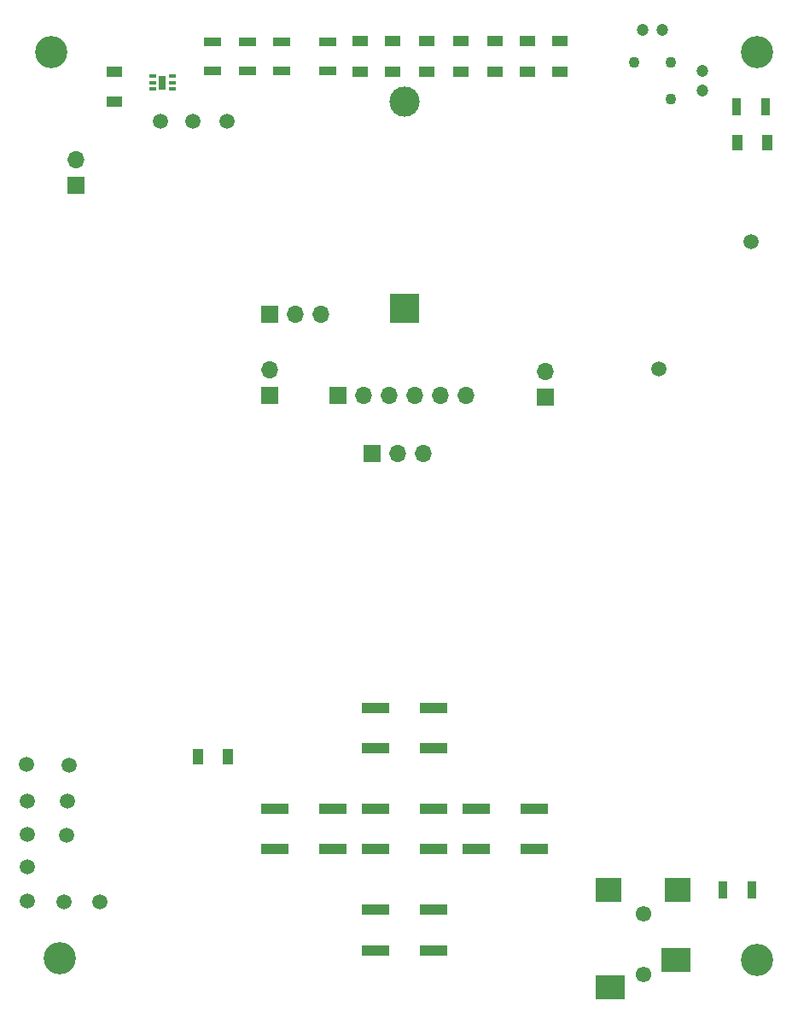
<source format=gbr>
G04 #@! TF.FileFunction,Soldermask,Bot*
%FSLAX46Y46*%
G04 Gerber Fmt 4.6, Leading zero omitted, Abs format (unit mm)*
G04 Created by KiCad (PCBNEW 4.0.7) date Fri Feb 23 18:49:45 2018*
%MOMM*%
%LPD*%
G01*
G04 APERTURE LIST*
%ADD10C,0.100000*%
%ADD11C,3.200000*%
%ADD12R,1.000000X1.600000*%
%ADD13C,3.000000*%
%ADD14R,3.000000X3.000000*%
%ADD15R,1.600000X1.000000*%
%ADD16R,0.750000X0.300000*%
%ADD17R,0.750000X1.450000*%
%ADD18C,1.100000*%
%ADD19C,1.500000*%
%ADD20R,2.950000X2.400000*%
%ADD21R,2.650000X2.400000*%
%ADD22C,1.550000*%
%ADD23R,0.900000X1.700000*%
%ADD24R,1.700000X0.900000*%
%ADD25R,1.700000X1.700000*%
%ADD26O,1.700000X1.700000*%
%ADD27C,1.200000*%
%ADD28R,2.800000X1.000000*%
G04 APERTURE END LIST*
D10*
D11*
X118200000Y-116600000D03*
D12*
X65700000Y-96400000D03*
X62700000Y-96400000D03*
D11*
X49000000Y-116400000D03*
X118200000Y-26600000D03*
D13*
X83200000Y-31510000D03*
D14*
X83200000Y-52000000D03*
D15*
X78800000Y-25500000D03*
X78800000Y-28500000D03*
X82000000Y-25500000D03*
X82000000Y-28500000D03*
X85400000Y-25500000D03*
X85400000Y-28500000D03*
X88800000Y-25500000D03*
X88800000Y-28500000D03*
X92200000Y-25500000D03*
X92200000Y-28500000D03*
X95400000Y-25500000D03*
X95400000Y-28500000D03*
X98600000Y-25500000D03*
X98600000Y-28500000D03*
D12*
X116200000Y-35500000D03*
X119200000Y-35500000D03*
D16*
X58200000Y-30250000D03*
X58200000Y-29600000D03*
X58200000Y-28950000D03*
X60200000Y-28950000D03*
X60200000Y-29600000D03*
X60200000Y-30250000D03*
D17*
X59200000Y-29600000D03*
D18*
X106003950Y-27603950D03*
X109596050Y-27603950D03*
X109596050Y-31196050D03*
D19*
X59000000Y-33400000D03*
X62200000Y-33400000D03*
X65600000Y-33400000D03*
X45750000Y-107350000D03*
X45750000Y-104150000D03*
X45750000Y-100850000D03*
X49400000Y-110800000D03*
X45750000Y-110750000D03*
X45700000Y-97200000D03*
X117600000Y-45400000D03*
X49800000Y-100800000D03*
X108400000Y-58000000D03*
X49900000Y-97300000D03*
X49700000Y-104200000D03*
X53000000Y-110800000D03*
D15*
X54400000Y-31500000D03*
X54400000Y-28500000D03*
D20*
X103625000Y-119300000D03*
D21*
X103475000Y-109600000D03*
D20*
X110175000Y-116600000D03*
D21*
X110325000Y-109600000D03*
D22*
X106900000Y-118000000D03*
X106900000Y-112000000D03*
D23*
X114750000Y-109600000D03*
X117650000Y-109600000D03*
D24*
X75600000Y-25550000D03*
X75600000Y-28450000D03*
X71000000Y-25550000D03*
X71000000Y-28450000D03*
X67600000Y-25550000D03*
X67600000Y-28450000D03*
X64200000Y-25550000D03*
X64200000Y-28450000D03*
D23*
X116150000Y-32000000D03*
X119050000Y-32000000D03*
D25*
X76600000Y-60600000D03*
D26*
X79140000Y-60600000D03*
X81680000Y-60600000D03*
X84220000Y-60600000D03*
X86760000Y-60600000D03*
X89300000Y-60600000D03*
D25*
X80000000Y-66400000D03*
D26*
X82540000Y-66400000D03*
X85080000Y-66400000D03*
D25*
X97200000Y-60800000D03*
D26*
X97200000Y-58260000D03*
D25*
X69800000Y-60600000D03*
D26*
X69800000Y-58060000D03*
D25*
X69800000Y-52600000D03*
D26*
X72340000Y-52600000D03*
X74880000Y-52600000D03*
D25*
X50600000Y-39800000D03*
D26*
X50600000Y-37260000D03*
D27*
X106800000Y-24400000D03*
X108800000Y-24400000D03*
X112800000Y-28400000D03*
X112800000Y-30400000D03*
D11*
X48200000Y-26600000D03*
D28*
X90300000Y-105600000D03*
X90300000Y-101600000D03*
X96100000Y-101600000D03*
X96100000Y-105600000D03*
X80300000Y-95600000D03*
X80300000Y-91600000D03*
X86100000Y-91600000D03*
X86100000Y-95600000D03*
X80300000Y-105600000D03*
X80300000Y-101600000D03*
X86100000Y-101600000D03*
X86100000Y-105600000D03*
X70300000Y-105600000D03*
X70300000Y-101600000D03*
X76100000Y-101600000D03*
X76100000Y-105600000D03*
X80300000Y-115600000D03*
X80300000Y-111600000D03*
X86100000Y-111600000D03*
X86100000Y-115600000D03*
M02*

</source>
